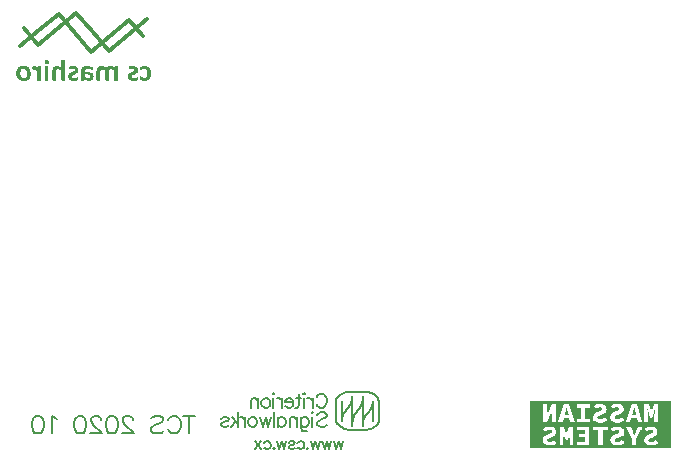
<source format=gbo>
%FSTAX23Y23*%
%MOIN*%
%SFA1B1*%

%IPPOS*%
%ADD11C,0.007870*%
%ADD68C,0.006850*%
%ADD69C,0.012600*%
%ADD70C,0.006690*%
%LNmashiro_fs-1*%
%LPD*%
G36*
X02519Y00311D02*
D01*
Y00226*
X02047*
Y00311*
Y00383*
X02519*
Y00311*
G37*
G36*
X00439Y01519D02*
X0044Y01519D01*
X00441Y01519*
X00442Y01519*
X00442Y01518*
X00442Y01518*
X00443Y01518*
X00443Y01518*
X00443Y01517*
X00444Y01517*
X00444Y01515*
X00444Y01514*
X00444Y01513*
Y01513*
Y01513*
X00444Y01511*
X00444Y0151*
X00444Y0151*
X00444Y01509*
X00443Y01508*
X00443Y01508*
X00443Y01508*
Y01508*
X00442Y01507*
X00441Y01507*
X00439Y01506*
X00439Y01506*
X00438Y01506*
X00437*
X00436Y01506*
X00434Y01506*
X00433Y01507*
X00433Y01507*
X00432Y01507*
X00432Y01507*
X00432Y01508*
X00431*
X00431Y01508*
X0043Y01509*
X0043Y01511*
X0043Y01512*
X0043Y01512*
Y01513*
Y01513*
X0043Y01514*
X0043Y01515*
X0043Y01516*
X0043Y01517*
X00431Y01517*
X00431Y01518*
X00431Y01518*
X00431Y01518*
X00432Y01518*
X00433Y01519*
X00435Y01519*
X00436Y01519*
X00436Y0152*
X00437*
X00439Y01519*
G37*
G36*
X00495Y01521D02*
X00495Y01521D01*
X00496*
X00496Y01521*
X00497Y01521*
X00497Y01521*
X00498Y01521*
X00498Y0152*
X00498Y0152*
X00498Y0152*
X00499Y0152*
X00499Y01519*
Y01519*
Y01519*
Y01453*
X00499Y01452*
X00499Y01452*
Y01452*
X00498Y01452*
X00498Y01451*
X00498Y01451*
X00498*
X00497Y01451*
X00496*
X00496Y01451*
X00496*
X00495Y01451*
X00494Y01451*
X00491*
X0049Y01451*
X0049Y01451*
X00489*
X00489Y01451*
X00488*
X00488Y01451*
X00487*
X00487Y01452*
X00487Y01452*
X00487Y01452*
X00486*
X00486Y01452*
X00486Y01452*
Y01453*
Y01453*
Y01483*
X00485Y01484*
X00484Y01485*
X00483Y01486*
X00483Y01487*
X00482Y01487*
X00482Y01487*
X00481Y01488*
X00481Y01488*
X0048Y01488*
X00479Y01489*
X00478Y01489*
X00478Y01489*
X00477Y0149*
X00477Y0149*
X00476*
X00475Y0149*
X00474Y01489*
X00473Y01489*
X00473Y01489*
X00473*
X00472Y01488*
X00471Y01488*
X00471Y01487*
X0047Y01487*
Y01487*
X0047Y01486*
X00469Y01485*
X00469Y01484*
X00469Y01484*
X00469Y01484*
Y01484*
X00469Y01483*
X00469Y01482*
X00469Y0148*
X00468Y0148*
Y01479*
Y01479*
Y01478*
Y01453*
X00468Y01452*
X00468Y01452*
Y01452*
X00468Y01452*
X00468Y01451*
X00467Y01451*
X00467*
X00467Y01451*
X00466*
X00466Y01451*
X00465*
X00464Y01451*
X00463Y01451*
X00461*
X0046Y01451*
X00459Y01451*
X00459*
X00458Y01451*
X00458*
X00457Y01451*
X00457*
X00457Y01452*
X00456Y01452*
X00456Y01452*
X00456*
X00456Y01452*
X00456Y01452*
Y01453*
Y01453*
Y0148*
Y01482*
X00456Y01484*
X00456Y01485*
X00456Y01487*
X00456Y01487*
X00457Y01488*
X00457Y01489*
Y01489*
X00457Y0149*
X00458Y01491*
X00458Y01492*
X00459Y01493*
X00459Y01494*
X00459Y01495*
X00459Y01495*
X0046Y01495*
X0046Y01496*
X00461Y01497*
X00462Y01498*
X00463Y01498*
X00464Y01499*
X00464Y01499*
X00465Y01499*
X00465Y01499*
X00466Y015*
X00467Y015*
X00468Y015*
X0047Y01501*
X00471Y01501*
X00472Y01501*
X00472*
X00474Y01501*
X00475Y01501*
X00476Y015*
X00477Y015*
X00478Y015*
X00479Y01499*
X00479Y01499*
X00479Y01499*
X00481Y01498*
X00482Y01498*
X00483Y01497*
X00484Y01496*
X00485Y01495*
X00485Y01495*
X00486Y01494*
X00486Y01494*
Y01519*
Y0152*
X00486Y0152*
X00486Y0152*
X00486*
X00487Y0152*
X00487Y01521*
X00487Y01521*
X00487*
X00488Y01521*
X00489Y01521*
X00489Y01521*
X00489*
X0049Y01521*
X00491Y01521*
X00494*
X00495Y01521*
G37*
G36*
X0065Y01501D02*
X00652Y015D01*
X00653Y015*
X00654Y015*
X00655Y01499*
X00656Y01499*
X00657Y01499*
X00657Y01499*
X00658Y01498*
X00659Y01497*
X00661Y01496*
X00662Y01495*
X00663Y01494*
X00663Y01493*
X00664Y01493*
X00664Y01493*
Y01498*
Y01498*
X00664Y01498*
X00664Y01499*
X00664Y01499*
X00665Y01499*
X00665Y01499*
X00665Y01499*
X00665*
X00666Y01499*
X00666Y01499*
X00667Y015*
X00667*
X00668Y015*
X00669Y015*
X00671*
X00671Y015*
X00672Y015*
X00672*
X00673Y01499*
X00673Y01499*
X00674Y01499*
X00674*
X00674Y01499*
X00674Y01499*
X00675Y01499*
Y01499*
X00675Y01498*
Y01498*
Y01498*
Y01453*
X00675Y01452*
X00675Y01452*
Y01452*
X00674Y01452*
X00674Y01451*
X00674Y01451*
X00674*
X00673Y01451*
X00672*
X00672Y01451*
X00672*
X00671Y01451*
X0067Y01451*
X00667*
X00666Y01451*
X00666Y01451*
X00666*
X00665Y01451*
X00664*
X00664Y01451*
X00664*
X00663Y01452*
X00663Y01452*
X00663Y01452*
X00662*
X00662Y01452*
X00662Y01452*
Y01453*
Y01453*
Y01483*
X00661Y01484*
X0066Y01485*
X00659Y01486*
X00659Y01487*
X00658Y01487*
X00658Y01487*
X00657Y01488*
X00657Y01488*
X00656Y01488*
X00655Y01489*
X00655Y01489*
X00654Y01489*
X00653Y0149*
X00653Y0149*
X00653*
X00651Y0149*
X0065Y01489*
X0065Y01489*
X00649Y01489*
X00649Y01488*
X00648Y01488*
X00647Y01487*
X00647Y01487*
Y01487*
X00647Y01486*
X00646Y01485*
X00646Y01484*
X00646Y01484*
X00646Y01484*
Y01484*
X00646Y01482*
X00645Y01481*
Y0148*
Y0148*
Y0148*
Y0148*
Y01453*
X00645Y01452*
X00645Y01452*
Y01452*
X00645Y01452*
X00644Y01451*
X00644Y01451*
X00644*
X00643Y01451*
X00643*
X00642Y01451*
X00642*
X00641Y01451*
X0064Y01451*
X00638*
X00637Y01451*
X00636Y01451*
X00636*
X00635Y01451*
X00635*
X00634Y01451*
X00634*
X00634Y01452*
X00633Y01452*
X00633Y01452*
X00633*
X00633Y01452*
X00633Y01452*
Y01453*
Y01453*
Y01483*
X00632Y01484*
X00631Y01485*
X0063Y01486*
X00629Y01487*
X00629Y01487*
X00628Y01487*
X00628Y01488*
X00628Y01488*
X00627Y01488*
X00626Y01489*
X00625Y01489*
X00625Y01489*
X00624Y0149*
X00624Y0149*
X00623*
X00622Y0149*
X00621Y01489*
X0062Y01489*
X0062Y01489*
X00619Y01488*
X00618Y01488*
X00618Y01487*
X00618Y01487*
Y01487*
X00617Y01486*
X00617Y01485*
X00617Y01484*
X00617Y01484*
X00616Y01484*
Y01484*
X00616Y01482*
X00616Y01481*
Y0148*
Y0148*
Y0148*
Y0148*
Y01453*
X00616Y01452*
X00616Y01452*
Y01452*
X00616Y01452*
X00615Y01451*
X00615Y01451*
X00615*
X00614Y01451*
X00614*
X00613Y01451*
X00613*
X00612Y01451*
X00611Y01451*
X00608*
X00607Y01451*
X00607Y01451*
X00607*
X00606Y01451*
X00605*
X00605Y01451*
X00605*
X00604Y01452*
X00604Y01452*
X00604Y01452*
X00604*
X00603Y01452*
X00603Y01452*
Y01453*
Y01453*
Y01482*
X00603Y01484*
X00604Y01486*
X00604Y01487*
X00604Y01488*
X00604Y01488*
X00604Y01489*
Y01489*
X00605Y0149*
X00605Y01491*
X00605Y01492*
X00606Y01493*
X00606Y01494*
X00607Y01495*
X00607Y01495*
X00607Y01495*
X00608Y01496*
X00609Y01497*
X00609Y01498*
X0061Y01498*
X00611Y01499*
X00611Y01499*
X00612Y01499*
X00612Y01499*
X00613Y015*
X00614Y015*
X00616Y015*
X00617Y01501*
X00618Y01501*
X00619Y01501*
X00619*
X00621Y01501*
X00622Y01501*
X00623Y015*
X00623Y015*
X00623Y015*
X00623*
X00625Y015*
X00626Y01499*
X00626Y01499*
X00627Y01499*
X00627Y01499*
X00627*
X00628Y01498*
X0063Y01497*
X0063Y01497*
X00631Y01496*
X00631Y01496*
X00631Y01496*
X00632Y01495*
X00634Y01494*
X00634Y01493*
X00635Y01493*
X00635Y01492*
X00635Y01492*
X00636Y01494*
X00636Y01495*
X00636Y01495*
X00637Y01496*
X00637Y01496*
X00637Y01496*
X00638Y01497*
X00639Y01498*
X0064Y01498*
X0064Y01498*
X0064*
X00641Y01499*
X00643Y015*
X00643Y015*
X00644Y015*
X00644Y015*
X00644*
X00646Y01501*
X00647Y01501*
X00648Y01501*
X00649*
X0065Y01501*
G37*
G36*
X00575D02*
X00576Y01501D01*
X00576*
X00577Y015*
X00578Y015*
X00578Y015*
X00578*
X0058Y015*
X00581Y015*
X00582Y01499*
X00583Y01499*
X00583Y01499*
X00583Y01499*
X00583*
X00585Y01498*
X00586Y01498*
X00587Y01498*
X00587Y01497*
X00587Y01497*
X00588*
X00589Y01497*
X00589Y01496*
X0059Y01496*
X0059Y01496*
X0059Y01495*
X00591Y01495*
X00591Y01494*
Y01494*
X00591Y01493*
X00591Y01492*
Y01492*
Y01492*
Y01492*
Y01491*
X00591Y0149*
Y0149*
Y01489*
X00591Y01489*
X00591Y01488*
X00591Y01488*
Y01488*
X0059Y01487*
X0059Y01487*
Y01487*
X0059Y01487*
X00589Y01487*
X00589*
X00588Y01487*
X00588Y01487*
X00587Y01487*
X00587Y01487*
X00586Y01488*
X00585Y01488*
X00584Y01489*
X00584Y01489*
X00584Y01489*
X00584*
X00582Y01489*
X00581Y0149*
X0058Y0149*
X0058Y0149*
X00579Y0149*
X00579*
X00577Y01491*
X00576Y01491*
X00575Y01491*
X00574*
X00572Y01491*
X00571Y01491*
X0057Y01491*
X0057Y01491*
X0057Y01491*
X0057*
X00569Y0149*
X00568Y0149*
X00567Y01489*
X00567Y01489*
X00566Y01488*
X00566Y01487*
X00566Y01487*
X00565Y01486*
Y01486*
X00565Y01485*
X00565Y01484*
Y01483*
Y01483*
Y01483*
Y01483*
Y0148*
X00572*
X00574Y0148*
X00575Y0148*
X00577Y0148*
X00578Y01479*
X00579Y01479*
X0058Y01479*
X0058*
X00582Y01479*
X00583Y01478*
X00584Y01478*
X00585Y01477*
X00586Y01477*
X00587Y01477*
X00587Y01476*
X00588Y01476*
X00589Y01475*
X0059Y01475*
X0059Y01474*
X00591Y01473*
X00591Y01472*
X00592Y01472*
X00592Y01471*
X00592Y01471*
X00593Y0147*
X00593Y01469*
X00593Y01468*
X00593Y01467*
X00593Y01466*
X00594Y01465*
Y01465*
Y01465*
Y01463*
X00593Y01462*
X00593Y01461*
X00593Y0146*
X00593Y01459*
X00593Y01459*
X00592Y01458*
Y01458*
X00591Y01456*
X00591Y01456*
X0059Y01455*
X0059Y01454*
X00589Y01454*
X00589Y01454*
X00589Y01454*
X00587Y01452*
X00586Y01452*
X00585Y01451*
X00584Y01451*
X00584Y01451*
X00584*
X00582Y0145*
X00581Y0145*
X00579Y0145*
X00579Y0145*
X00577*
X00576Y0145*
X00574Y0145*
X00573Y01451*
X00572Y01451*
X00571Y01451*
X0057Y01451*
X0057Y01452*
X00569Y01452*
X00568Y01452*
X00567Y01453*
X00566Y01454*
X00565Y01455*
X00564Y01455*
X00564Y01456*
X00563Y01456*
X00563Y01456*
Y01453*
X00563Y01452*
X00563Y01452*
X00563Y01452*
X00563Y01452*
X00562Y01451*
X00562Y01451*
X00561Y01451*
X00561*
X0056Y01451*
X00559Y01451*
X00557*
X00556Y01451*
X00555Y01451*
X00555*
X00554Y01451*
X00553Y01451*
X00553Y01452*
X00553*
X00553Y01452*
X00553Y01452*
X00553Y01453*
Y01453*
Y01483*
Y01485*
X00553Y01486*
X00553Y01487*
X00553Y01489*
X00553Y0149*
X00553Y0149*
X00554Y01491*
Y01491*
X00554Y01492*
X00555Y01493*
X00555Y01494*
X00556Y01495*
X00557Y01496*
X00557Y01496*
X00557Y01496*
X00557Y01496*
X00558Y01497*
X00559Y01498*
X00561Y01499*
X00562Y01499*
X00563Y01499*
X00563Y015*
X00563*
X00565Y015*
X00566Y015*
X00568Y01501*
X00569Y01501*
X00571Y01501*
X00572*
X00575Y01501*
G37*
G36*
X00764Y01501D02*
X00766Y015D01*
X00768Y015*
X00769Y015*
X0077Y01499*
X00771Y01499*
X00772Y01499*
X00772Y01499*
X00773Y01498*
X00775Y01498*
X00776Y01497*
X00777Y01496*
X00778Y01495*
X00778Y01495*
X00779Y01494*
X00779Y01494*
X0078Y01493*
X00781Y01492*
X00782Y0149*
X00782Y01489*
X00783Y01488*
X00783Y01487*
X00783Y01486*
X00784Y01486*
X00784Y01484*
X00784Y01482*
X00785Y0148*
X00785Y01478*
X00785Y01477*
X00785Y01476*
Y01475*
Y01475*
Y01475*
Y01474*
X00785Y01472*
X00785Y0147*
X00785Y01469*
X00784Y01467*
X00784Y01466*
X00784Y01465*
X00784Y01464*
Y01464*
X00783Y01462*
X00783Y01461*
X00782Y0146*
X00781Y01458*
X00781Y01458*
X0078Y01457*
X0078Y01456*
X0078Y01456*
X00779Y01455*
X00778Y01454*
X00776Y01453*
X00775Y01453*
X00774Y01452*
X00774Y01452*
X00773Y01452*
X00773Y01452*
X00772Y01451*
X0077Y01451*
X00768Y0145*
X00767Y0145*
X00766Y0145*
X00765Y0145*
X00764*
X00762Y0145*
X00761Y0145*
X0076Y0145*
X0076*
X00759Y01451*
X00759*
X00758Y01451*
X00756Y01451*
X00756Y01451*
X00756Y01451*
X00755Y01451*
X00755*
X00754Y01452*
X00753Y01452*
X00752Y01453*
X00752Y01453*
X00752*
X00751Y01454*
X0075Y01454*
X0075Y01454*
X0075Y01454*
X00749Y01455*
X00749Y01455*
X00749Y01455*
Y01455*
X00749Y01456*
X00749Y01456*
Y01456*
X00749Y01457*
Y01457*
X00749Y01458*
Y01458*
X00748Y01458*
Y01459*
Y0146*
Y0146*
Y01461*
Y01462*
X00749Y01462*
Y01463*
X00749Y01463*
X00749Y01464*
X00749Y01464*
Y01464*
X00749Y01465*
X00749Y01465*
X00749Y01465*
X00749*
X0075Y01466*
X0075Y01466*
X0075*
X00751Y01466*
X00751Y01465*
X00752Y01465*
X00752Y01465*
X00752Y01464*
X00753Y01464*
X00754Y01463*
X00754Y01463*
X00754*
X00755Y01462*
X00756Y01462*
X00757Y01462*
X00757Y01461*
X00757Y01461*
X00757*
X00759Y01461*
X0076Y01461*
X00761Y01461*
X00762*
X00764Y01461*
X00764Y01461*
X00765Y01461*
X00766Y01461*
X00766Y01461*
X00766Y01461*
X00766*
X00768Y01462*
X00769Y01463*
X00769Y01464*
X00769Y01464*
X0077Y01464*
X0077Y01466*
X00771Y01467*
X00771Y01468*
X00771Y01468*
X00772Y01469*
Y01469*
X00772Y01471*
X00772Y01472*
Y01473*
X00772Y01474*
Y01475*
Y01475*
Y01475*
X00772Y01478*
X00772Y0148*
X00771Y01482*
X00771Y01484*
X0077Y01485*
X0077Y01486*
X0077Y01486*
X0077Y01487*
X00768Y01488*
X00767Y01489*
X00766Y01489*
X00765Y0149*
X00764Y0149*
X00763Y0149*
X00762*
X0076Y0149*
X00759Y0149*
X00758Y0149*
X00758Y0149*
X00758Y0149*
X00758*
X00756Y01489*
X00755Y01489*
X00755Y01488*
X00755Y01488*
X00754Y01487*
X00753Y01487*
X00752Y01487*
X00752Y01487*
X00752Y01486*
X00751Y01486*
X00751Y01486*
X00751*
X0075Y01486*
X0075Y01486*
X00749Y01487*
X00749Y01487*
X00749Y01487*
X00749Y01488*
X00749Y01489*
X00749Y0149*
Y01491*
Y01491*
Y01491*
Y01492*
Y01493*
X00749Y01493*
Y01493*
X00749Y01494*
Y01494*
X00749Y01495*
Y01495*
X00749Y01495*
X00749Y01496*
Y01496*
X0075Y01496*
X0075Y01496*
X0075Y01496*
X0075Y01497*
X00751Y01497*
X00751Y01497*
X00752Y01498*
X00752Y01498*
X00752*
X00753Y01498*
X00754Y01499*
X00755Y01499*
X00755Y01499*
X00755*
X00756Y015*
X00758Y015*
X00758Y015*
X00758*
X00759Y015*
X00759*
X0076Y015*
X00761Y01501*
X00763*
X00764Y01501*
G37*
G36*
X00439Y015D02*
X0044Y015D01*
X0044*
X00441Y01499*
X00442Y01499*
X00442Y01499*
X00442Y01499*
X00443Y01499*
X00443Y01499*
X00443Y01499*
X00443Y01499*
X00443Y01498*
Y01498*
Y01498*
Y01453*
X00443Y01452*
X00443Y01452*
Y01452*
X00443Y01452*
X00442Y01451*
X00442Y01451*
X00442*
X00442Y01451*
X00441*
X0044Y01451*
X0044*
X00439Y01451*
X00438Y01451*
X00436*
X00435Y01451*
X00434Y01451*
X00434*
X00433Y01451*
X00433*
X00432Y01451*
X00432*
X00432Y01452*
X00431Y01452*
X00431Y01452*
X00431*
X00431Y01452*
X00431Y01452*
Y01453*
Y01453*
Y01498*
Y01498*
X00431Y01498*
X00431Y01498*
X00431Y01499*
X00431Y01499*
X00432Y01499*
X00432Y01499*
X00432*
X00433Y01499*
X00433Y01499*
X00434Y015*
X00434*
X00435Y015*
X00436Y015*
X00438*
X00439Y015*
G37*
G36*
X00396Y01501D02*
X00397Y01501D01*
X00398Y015*
X00398Y015*
X00398*
X00399Y015*
X004Y01499*
X00401Y01499*
X00401Y01499*
X00401*
X00402Y01498*
X00403Y01497*
X00404Y01497*
X00404Y01496*
X00404Y01496*
X00405Y01495*
X00406Y01494*
X00407Y01493*
X00407Y01493*
X00407Y01492*
X00407Y01492*
Y01498*
Y01498*
X00407Y01498*
X00407Y01499*
X00408Y01499*
X00408Y01499*
X00408Y01499*
X00408Y01499*
X00408*
X00409Y01499*
X00409Y01499*
X0041Y015*
X0041*
X00411Y015*
X00412Y015*
X00414*
X00415Y015*
X00415Y015*
X00415*
X00416Y01499*
X00417Y01499*
X00417Y01499*
X00417*
X00417Y01499*
X00418Y01499*
X00418Y01499*
Y01499*
X00418Y01498*
Y01498*
Y01498*
Y01453*
X00418Y01452*
X00418Y01452*
Y01452*
X00418Y01452*
X00417Y01451*
X00417Y01451*
X00417*
X00416Y01451*
X00416*
X00415Y01451*
X00415*
X00414Y01451*
X00413Y01451*
X00411*
X0041Y01451*
X00409Y01451*
X00409*
X00408Y01451*
X00407*
X00407Y01451*
X00407*
X00406Y01452*
X00406Y01452*
X00406Y01452*
X00406*
X00406Y01452*
X00405Y01452*
Y01453*
Y01453*
Y01481*
X00404Y01482*
X00404Y01484*
X00403Y01484*
X00403Y01484*
X00403Y01484*
Y01485*
X00402Y01486*
X00401Y01486*
X00401Y01487*
X004Y01487*
X004Y01488*
X00399Y01488*
X00399Y01488*
X00398Y01488*
X00397Y01489*
X00397Y01489*
X00395*
X00395Y01489*
X00395Y01489*
X00395*
X00394Y01489*
X00393Y01488*
X00393Y01488*
X00393*
X00393Y01488*
X00392Y01488*
X00392Y01488*
X00392*
X00391Y01488*
X00391*
X0039Y01488*
X0039Y01488*
X0039Y01488*
X0039Y01489*
X0039Y01489*
Y01489*
X0039Y01489*
X00389Y0149*
X00389Y01491*
Y01491*
X00389Y01492*
Y01493*
Y01493*
Y01494*
Y01494*
Y01495*
Y01496*
X00389Y01496*
Y01497*
Y01497*
Y01498*
X00389Y01498*
Y01498*
X0039Y01498*
Y01499*
X0039Y01499*
X0039Y01499*
X0039Y01499*
X0039*
X0039Y015*
X00391Y015*
X00391Y015*
X00391*
X00392Y015*
X00392Y015*
X00392*
X00393Y015*
X00393Y01501*
X00394Y01501*
X00394*
X00394Y01501*
X00395*
X00396Y01501*
G37*
G36*
X00726Y01501D02*
X00728Y015D01*
X00729Y015*
X0073Y015*
X0073Y015*
X00731Y015*
X00731*
X00732Y01499*
X00733Y01499*
X00734Y01498*
X00735Y01498*
X00736Y01497*
X00736Y01497*
X00737Y01497*
X00737Y01497*
X00738Y01495*
X0074Y01494*
X0074Y01493*
X0074Y01492*
X0074Y01492*
X00741Y01492*
X00741Y0149*
X00741Y01489*
X00742Y01488*
Y01487*
X00742Y01487*
Y01486*
Y01486*
Y01485*
X00742Y01484*
X00741Y01483*
X00741Y01482*
X00741Y01482*
X00741Y01481*
X00741Y01481*
Y01481*
X0074Y01479*
X00739Y01478*
X00739Y01477*
X00739Y01477*
X00739Y01477*
X00738Y01477*
X00737Y01476*
X00736Y01475*
X00736Y01475*
X00735Y01474*
X00735Y01474*
X00735*
X00733Y01473*
X00732Y01473*
X00732Y01472*
X00731Y01472*
X00731Y01472*
X00731*
X00729Y01471*
X00728Y01471*
X00728Y01471*
X00727Y01471*
X00727Y01471*
X00727*
X00726Y0147*
X00725Y0147*
X00724Y01469*
X00724Y01469*
X00724Y01469*
X00723*
X00722Y01468*
X00722Y01468*
X00721Y01467*
X00721Y01467*
X0072Y01466*
X0072Y01465*
X0072Y01465*
Y01465*
Y01465*
X0072Y01464*
X0072Y01463*
X0072Y01462*
X00721Y01462*
X00721Y01461*
X00721Y01461*
X00722Y01461*
X00722Y01461*
X00723Y0146*
X00724Y0146*
X00724Y0146*
X00724Y0146*
X00724*
X00725Y01459*
X00726Y01459*
X00727*
X00729Y01459*
X0073Y01459*
X00731Y0146*
X00731*
X00732Y0146*
X00732Y0146*
X00732*
X00734Y0146*
X00735Y01461*
X00735Y01461*
X00736Y01461*
X00736Y01461*
X00736*
X00737Y01462*
X00738Y01462*
X00739Y01463*
X00739Y01463*
X00739Y01463*
X0074Y01463*
X0074Y01463*
X0074*
X00741Y01463*
X00741Y01463*
X00741*
X00741Y01463*
X00741Y01463*
X00742Y01462*
Y01462*
X00742Y01462*
X00742Y01461*
X00742Y01461*
Y01461*
Y0146*
Y01459*
Y01459*
Y01459*
Y01459*
Y01457*
X00742Y01456*
X00742Y01456*
Y01455*
X00741Y01455*
X00741Y01454*
X00741Y01454*
X00741Y01454*
X0074Y01453*
X0074Y01453*
X00739Y01453*
X00739Y01452*
X00738Y01452*
X00737Y01452*
X00736Y01451*
X00736Y01451*
X00736*
X00735Y01451*
X00733Y01451*
X00733Y01451*
X00732*
X00732Y01451*
X00732*
X0073Y0145*
X00729Y0145*
X00728Y0145*
X00726*
X00724Y0145*
X00723Y0145*
X00722Y01451*
X00721Y01451*
X0072Y01451*
X0072Y01451*
X00719*
X00718Y01451*
X00717Y01452*
X00716Y01452*
X00715Y01453*
X00714Y01453*
X00714Y01454*
X00713Y01454*
X00713Y01454*
X00712Y01455*
X00711Y01456*
X00711Y01456*
X0071Y01457*
X0071Y01458*
X00709Y01458*
X00709Y01459*
X00709Y01459*
X00709Y0146*
X00708Y01461*
X00708Y01462*
X00708Y01463*
X00708Y01464*
X00708Y01465*
Y01465*
Y01466*
X00708Y01468*
X00708Y01469*
X00708Y01469*
X00708Y0147*
X00709Y0147*
X00709Y01471*
Y01471*
X00709Y01472*
X0071Y01474*
X00711Y01474*
X00711Y01475*
X00711Y01475*
X00711Y01475*
X00712Y01476*
X00714Y01477*
X00714Y01477*
X00714Y01477*
X00715Y01477*
X00715*
X00716Y01478*
X00718Y01479*
X00718Y01479*
X00718Y01479*
X00719Y01479*
X00719*
X0072Y0148*
X00721Y0148*
X00722Y01481*
X00722Y01481*
X00723Y01481*
X00723*
X00724Y01482*
X00725Y01482*
X00726Y01482*
X00726Y01482*
X00726Y01482*
X00726*
X00727Y01483*
X00728Y01484*
X00729Y01484*
X00729Y01484*
X00729Y01485*
X0073Y01486*
X0073Y01487*
Y01487*
Y01487*
X0073Y01488*
X0073Y01488*
X00729Y01489*
Y01489*
X00729Y01489*
X00729Y0149*
X00728Y0149*
X00728Y0149*
X00728Y01491*
X00727Y01491*
X00726Y01491*
X00726Y01491*
X00725Y01492*
X00724Y01492*
X00723*
X00721Y01492*
X0072Y01492*
X0072Y01491*
X00719Y01491*
X00719Y01491*
X00719*
X00718Y01491*
X00716Y0149*
X00716Y0149*
X00716Y0149*
X00716*
X00715Y0149*
X00714Y01489*
X00713Y01489*
X00713Y01489*
X00713Y01489*
X00712Y01489*
X00712Y01488*
X00712*
X00711Y01489*
X00711*
X00711Y01489*
X00711Y01489*
Y01489*
X00711Y0149*
X0071Y0149*
X0071Y0149*
Y01491*
X0071Y01491*
Y01492*
Y01493*
Y01493*
Y01494*
Y01494*
X0071Y01495*
Y01495*
X0071Y01495*
Y01496*
X00711Y01496*
Y01496*
X00711Y01497*
X00711Y01497*
Y01497*
X00711Y01497*
X00711Y01498*
X00711Y01498*
X00711*
X00712Y01498*
X00712Y01498*
X00713Y01498*
X00713Y01499*
X00714Y01499*
X00715Y01499*
X00716Y01499*
X00716Y015*
X00716*
X00717Y015*
X00718Y015*
X00719Y015*
X00719Y015*
X00719*
X00721Y01501*
X00722Y01501*
X00725*
X00726Y01501*
G37*
G36*
X00527D02*
X00528Y015D01*
X00529Y015*
X0053Y015*
X00531Y015*
X00532Y015*
X00532*
X00533Y01499*
X00534Y01499*
X00535Y01498*
X00536Y01498*
X00537Y01497*
X00537Y01497*
X00537Y01497*
X00537Y01497*
X00539Y01495*
X0054Y01494*
X00541Y01493*
X00541Y01492*
X00541Y01492*
X00541Y01492*
X00542Y0149*
X00542Y01489*
X00542Y01488*
Y01487*
X00542Y01487*
Y01486*
Y01486*
Y01485*
X00542Y01484*
X00542Y01483*
X00542Y01482*
X00542Y01482*
X00542Y01481*
X00541Y01481*
Y01481*
X00541Y01479*
X0054Y01478*
X0054Y01477*
X00539Y01477*
X00539Y01477*
X00539Y01477*
X00538Y01476*
X00537Y01475*
X00536Y01475*
X00536Y01474*
X00536Y01474*
X00536*
X00534Y01473*
X00533Y01473*
X00532Y01472*
X00532Y01472*
X00532Y01472*
X00532*
X0053Y01471*
X00529Y01471*
X00528Y01471*
X00528Y01471*
X00528Y01471*
X00528*
X00526Y0147*
X00525Y0147*
X00525Y01469*
X00524Y01469*
X00524Y01469*
X00524*
X00523Y01468*
X00522Y01468*
X00522Y01467*
X00522Y01467*
X00521Y01466*
X00521Y01465*
X00521Y01465*
Y01465*
Y01465*
X00521Y01464*
X00521Y01463*
X00521Y01462*
X00521Y01462*
X00522Y01461*
X00522Y01461*
X00522Y01461*
X00523Y01461*
X00523Y0146*
X00524Y0146*
X00525Y0146*
X00525Y0146*
X00525*
X00526Y01459*
X00527Y01459*
X00528*
X0053Y01459*
X00531Y01459*
X00531Y0146*
X00532*
X00532Y0146*
X00533Y0146*
X00533*
X00534Y0146*
X00536Y01461*
X00536Y01461*
X00536Y01461*
X00536Y01461*
X00537*
X00538Y01462*
X00539Y01462*
X00539Y01463*
X00539Y01463*
X0054Y01463*
X00541Y01463*
X00541Y01463*
X00541*
X00541Y01463*
X00542Y01463*
X00542*
X00542Y01463*
X00542Y01463*
X00542Y01462*
Y01462*
X00542Y01462*
X00542Y01461*
X00543Y01461*
Y01461*
Y0146*
Y01459*
Y01459*
Y01459*
Y01459*
Y01457*
X00542Y01456*
X00542Y01456*
Y01455*
X00542Y01455*
X00542Y01454*
X00542Y01454*
X00541Y01454*
X00541Y01453*
X0054Y01453*
X0054Y01453*
X0054Y01452*
X00539Y01452*
X00538Y01452*
X00537Y01451*
X00537Y01451*
X00537*
X00535Y01451*
X00534Y01451*
X00533Y01451*
X00533*
X00533Y01451*
X00533*
X00531Y0145*
X00529Y0145*
X00529Y0145*
X00526*
X00525Y0145*
X00523Y0145*
X00522Y01451*
X00521Y01451*
X00521Y01451*
X0052Y01451*
X0052*
X00519Y01451*
X00518Y01452*
X00517Y01452*
X00516Y01453*
X00515Y01453*
X00514Y01454*
X00514Y01454*
X00514Y01454*
X00513Y01455*
X00512Y01456*
X00511Y01456*
X00511Y01457*
X0051Y01458*
X0051Y01458*
X0051Y01459*
X0051Y01459*
X00509Y0146*
X00509Y01461*
X00509Y01462*
X00508Y01463*
X00508Y01464*
X00508Y01465*
Y01465*
Y01466*
X00508Y01468*
X00509Y01469*
X00509Y01469*
X00509Y0147*
X00509Y0147*
X00509Y01471*
Y01471*
X0051Y01472*
X00511Y01474*
X00511Y01474*
X00512Y01475*
X00512Y01475*
X00512Y01475*
X00513Y01476*
X00514Y01477*
X00515Y01477*
X00515Y01477*
X00515Y01477*
X00515*
X00517Y01478*
X00518Y01479*
X00519Y01479*
X00519Y01479*
X00519Y01479*
X00519*
X00521Y0148*
X00522Y0148*
X00523Y01481*
X00523Y01481*
X00523Y01481*
X00523*
X00525Y01482*
X00526Y01482*
X00526Y01482*
X00527Y01482*
X00527Y01482*
X00527*
X00528Y01483*
X00529Y01484*
X00529Y01484*
X00529Y01484*
X0053Y01485*
X0053Y01486*
X0053Y01487*
Y01487*
Y01487*
X0053Y01488*
X0053Y01488*
X0053Y01489*
Y01489*
X0053Y01489*
X00529Y0149*
X00529Y0149*
X00529Y0149*
X00528Y01491*
X00527Y01491*
X00527Y01491*
X00527Y01491*
X00526Y01492*
X00525Y01492*
X00524*
X00522Y01492*
X00521Y01492*
X0052Y01491*
X0052Y01491*
X0052Y01491*
X0052*
X00518Y01491*
X00517Y0149*
X00516Y0149*
X00516Y0149*
X00516*
X00515Y0149*
X00514Y01489*
X00514Y01489*
X00514Y01489*
X00513Y01489*
X00513Y01489*
X00512Y01488*
X00512*
X00512Y01489*
X00512*
X00511Y01489*
X00511Y01489*
Y01489*
X00511Y0149*
X00511Y0149*
X00511Y0149*
Y01491*
X00511Y01491*
Y01492*
Y01493*
Y01493*
Y01494*
Y01494*
X00511Y01495*
Y01495*
X00511Y01495*
Y01496*
X00511Y01496*
Y01496*
X00511Y01497*
X00511Y01497*
Y01497*
X00512Y01497*
X00512Y01498*
X00512Y01498*
X00512*
X00513Y01498*
X00513Y01498*
X00513Y01498*
X00514Y01499*
X00515Y01499*
X00515Y01499*
X00516Y01499*
X00516Y015*
X00516*
X00518Y015*
X00519Y015*
X00519Y015*
X0052Y015*
X0052*
X00522Y01501*
X00523Y01501*
X00526*
X00527Y01501*
G37*
G36*
X00362Y01501D02*
X00364Y01501D01*
X00366Y015*
X00367Y015*
X00369Y01499*
X00369Y01499*
X0037Y01499*
X0037Y01499*
X00372Y01498*
X00373Y01497*
X00375Y01496*
X00376Y01496*
X00377Y01495*
X00377Y01494*
X00378Y01494*
X00378Y01494*
X00379Y01492*
X0038Y01491*
X00381Y01489*
X00381Y01488*
X00382Y01487*
X00382Y01486*
X00382Y01486*
X00383Y01485*
X00383Y01484*
X00383Y01482*
X00384Y0148*
X00384Y01478*
X00384Y01477*
X00384Y01476*
Y01475*
Y01475*
Y01475*
X00384Y01473*
X00384Y01471*
X00384Y01469*
X00383Y01467*
X00383Y01466*
X00383Y01465*
X00383Y01465*
Y01464*
X00382Y01463*
X00381Y01461*
X00381Y0146*
X0038Y01459*
X00379Y01458*
X00379Y01457*
X00378Y01457*
X00378Y01456*
X00377Y01455*
X00376Y01454*
X00375Y01454*
X00374Y01453*
X00373Y01452*
X00372Y01452*
X00371Y01452*
X00371Y01452*
X00369Y01451*
X00367Y01451*
X00366Y0145*
X00364Y0145*
X00363Y0145*
X00362Y0145*
X00361*
X00358Y0145*
X00356Y0145*
X00354Y01451*
X00353Y01451*
X00352Y01451*
X00351Y01452*
X0035Y01452*
X0035Y01452*
X00348Y01453*
X00347Y01454*
X00345Y01454*
X00344Y01455*
X00343Y01456*
X00343Y01457*
X00342Y01457*
X00342Y01457*
X00341Y01458*
X0034Y0146*
X00339Y01461*
X00339Y01463*
X00338Y01464*
X00338Y01465*
X00338Y01465*
X00337Y01465*
X00337Y01467*
X00336Y01469*
X00336Y01471*
X00336Y01472*
X00336Y01474*
X00336Y01475*
Y01476*
Y01476*
Y01476*
X00336Y01478*
X00336Y0148*
X00336Y01482*
X00337Y01483*
X00337Y01485*
X00337Y01486*
X00337Y01486*
X00337Y01486*
X00338Y01488*
X00339Y0149*
X00339Y01491*
X0034Y01492*
X00341Y01493*
X00341Y01494*
X00342Y01494*
X00342Y01494*
X00343Y01495*
X00344Y01496*
X00345Y01497*
X00346Y01498*
X00347Y01498*
X00348Y01499*
X00349Y01499*
X00349Y01499*
X00351Y015*
X00352Y015*
X00354Y015*
X00356Y01501*
X00357Y01501*
X00358Y01501*
X00359*
X00362Y01501*
G37*
%LNmashiro_fs-2*%
%LPC*%
G36*
X02475Y00373D02*
X0246D01*
X0246*
X02454Y00351*
X02452Y00343*
X02452*
X0245Y00351*
X02444Y00373*
X02429*
Y00312*
X02475*
Y00373*
G37*
G36*
X02135D02*
X02121D01*
X02108Y00343*
X02103Y00329*
X02103*
Y00329*
Y00329*
X02103Y0033*
X02103Y00331*
X02103Y00332*
X02103Y00334*
X02103Y00336*
X02104Y00338*
X02104Y0034*
Y0034*
Y0034*
X02104Y0034*
Y00341*
X02104Y00342*
X02104Y00344*
X02105Y00345*
X02105Y00347*
X02105Y00351*
Y00373*
X02092*
Y00312*
X02106*
X02119Y00342*
X02124Y00356*
X02124*
Y00356*
Y00355*
X02124Y00355*
X02124Y00354*
X02124Y00352*
X02124Y00351*
X02123Y00349*
X02123Y00347*
X02123Y00345*
Y00345*
Y00345*
X02123Y00344*
Y00344*
X02123Y00343*
X02123Y00341*
X02122Y00339*
X02122Y00338*
X02122Y00336*
Y00333*
Y00312*
X02135*
Y00373*
G37*
G36*
X02404D02*
X02387D01*
X02368Y00312*
X02423*
X02404Y00373*
G37*
G36*
X02248D02*
X02205D01*
Y00361*
X02219*
Y00323*
X02205*
Y00312*
X02248*
Y00373*
G37*
G36*
X02179D02*
X02162D01*
X02143Y00312*
X02197*
X02178Y00373*
X02179*
G37*
G36*
X02363Y00374D02*
X02337D01*
X02336Y00374*
X02334Y00374*
X02333Y00374*
X02331Y00373*
X02329Y00373*
X02327Y00372*
X02327*
X02327Y00372*
X02326Y00372*
X02325Y00371*
X02324Y00371*
X02322Y0037*
X02321Y00369*
X02319Y00367*
X02317Y00366*
X02324Y00357*
X02324Y00357*
X02325Y00358*
X02326Y00358*
X02326Y00359*
X02327Y00359*
X02328Y0036*
X0233Y0036*
X02331Y00361*
X02331Y00361*
X02331Y00361*
X02332Y00361*
X02333Y00362*
X02334Y00362*
X02335Y00362*
X02337Y00362*
X02339*
X0234Y00362*
X0234Y00362*
X02342Y00362*
X02343Y00361*
X02344Y00361*
X02344Y00361*
X02344Y00361*
X02345Y0036*
X02345Y0036*
X02345Y00359*
X02346Y00359*
X02346Y00358*
X02346Y00357*
Y00357*
Y00356*
X02346Y00356*
X02346Y00355*
X02345Y00354*
X02345Y00354*
X02344Y00353*
X02343Y00352*
X02343Y00352*
X02343Y00352*
X02342Y00352*
X02341Y00352*
X0234Y00351*
X02339Y00351*
X02338Y0035*
X02336Y00349*
X02329Y00346*
X02328*
X02328Y00346*
X02328Y00346*
X02328Y00346*
X02327Y00345*
X02325Y00345*
X02324Y00344*
X02322Y00343*
X02321Y00341*
X02319Y0034*
X02319Y0034*
X02319Y00339*
X02318Y00339*
X02317Y00337*
X02317Y00336*
X02316Y00334*
X02316Y00332*
X02315Y0033*
Y00329*
X02316Y00328*
X02316Y00327*
X02316Y00326*
X02316Y00325*
X02317Y00324*
X02317Y00322*
X02317Y00322*
X02317Y00322*
X02318Y00321*
X02318Y0032*
X02319Y00319*
X0232Y00318*
X02321Y00317*
X02322Y00316*
X02322Y00316*
X02322Y00316*
X02323Y00315*
X02324Y00315*
X02325Y00314*
X02326Y00314*
X02328Y00313*
X02329Y00312*
X02329Y00312*
X0233Y00312*
X02331Y00312*
X02332Y00312*
X02334Y00311*
X02335Y00311*
X02337Y00311*
X02339Y00311*
X0234*
X02342Y00311*
X02343Y00311*
X02345Y00311*
X02347Y00312*
X02349Y00312*
X02352Y00313*
X02352*
X02352Y00313*
X02352Y00313*
X02353Y00313*
X02354Y00314*
X02355Y00315*
X02357Y00315*
X02359Y00317*
X02361Y00318*
X02363Y00319*
X02355Y00329*
X02355Y00329*
X02354Y00329*
X02353Y00328*
X02352Y00327*
X02351Y00327*
X0235Y00326*
X02348Y00325*
X02347Y00324*
X02347Y00324*
X02346Y00324*
X02345Y00324*
X02344Y00323*
X02343Y00323*
X02342Y00323*
X0234Y00323*
X02338Y00323*
X02338*
X02337Y00323*
X02336Y00323*
X02334Y00323*
X02333Y00324*
X02332Y00324*
X02332Y00324*
X02331Y00324*
X02331Y00325*
X02331Y00325*
X0233Y00326*
X0233Y00327*
X0233Y00328*
Y00328*
Y00328*
X0233Y00329*
X0233Y0033*
X0233Y00331*
X0233Y00331*
X02331Y00331*
X02331Y00332*
X02332Y00332*
X02332Y00333*
X02333Y00333*
X02334Y00334*
X02335Y00334*
X02335*
X02336Y00334*
X02336Y00334*
X02336Y00335*
X02338Y00335*
X02339Y00336*
X02347Y00339*
X02347*
X02348Y00339*
X02348Y0034*
X02349Y0034*
X02349Y0034*
X0235Y00341*
X02352Y00342*
X02352Y00342*
X02352Y00342*
X02353Y00342*
X02353Y00343*
X02355Y00344*
X02356Y00345*
X02356Y00345*
X02356Y00345*
X02357Y00346*
X02357Y00346*
X02358Y00347*
X02358Y00348*
X02359Y0035*
Y0035*
X02359Y0035*
X02359Y00351*
X0236Y00352*
X0236Y00352*
X0236Y00353*
X0236Y00355*
Y00356*
Y00356*
Y00357*
X0236Y00357*
X0236Y00358*
X0236Y00359*
X02359Y0036*
X02359Y00362*
X02358Y00363*
X02358Y00363*
X02358Y00364*
X02358Y00364*
X02357Y00365*
X02357Y00366*
X02356Y00367*
X02355Y00368*
X02354Y00369*
X02354Y00369*
X02353Y00369*
X02353Y0037*
X02352Y0037*
X02351Y00371*
X0235Y00372*
X02348Y00372*
X02347Y00373*
X02347Y00373*
X02346Y00373*
X02345Y00373*
X02344Y00373*
X02343Y00374*
X02341Y00374*
X02339Y00374*
X02338Y00374*
X02363*
G37*
G36*
X02306D02*
X02259D01*
Y00311*
Y00329*
X02259Y00328*
X02259Y00327*
X0226Y00326*
X0226Y00325*
X0226Y00324*
X02261Y00322*
X02261Y00322*
X02261Y00322*
X02261Y00321*
X02262Y0032*
X02262Y00319*
X02263Y00318*
X02264Y00317*
X02265Y00316*
X02265Y00316*
X02266Y00316*
X02267Y00315*
X02267Y00315*
X02268Y00314*
X0227Y00314*
X02271Y00313*
X02273Y00312*
X02273Y00312*
X02274Y00312*
X02274Y00312*
X02276Y00312*
X02277Y00311*
X02279Y00311*
X02281Y00311*
X02283Y00311*
X02284*
X02285Y00311*
X02287Y00311*
X02289Y00311*
X02291Y00312*
X02293Y00312*
X02295Y00313*
X02295*
X02295Y00313*
X02296Y00313*
X02296Y00313*
X02297Y00314*
X02299Y00315*
X02301Y00315*
X02302Y00317*
X02304Y00318*
X02306Y00319*
X02298Y00329*
X02298Y00329*
X02298Y00329*
X02297Y00328*
X02296Y00327*
X02295Y00327*
X02294Y00326*
X02292Y00325*
X02291Y00324*
X0229Y00324*
X0229Y00324*
X02289Y00324*
X02288Y00323*
X02287Y00323*
X02285Y00323*
X02284Y00323*
X02282Y00323*
X02281*
X0228Y00323*
X02279Y00323*
X02277Y00323*
X02276Y00324*
X02275Y00324*
X02275Y00324*
X02275Y00324*
X02275Y00325*
X02274Y00325*
X02274Y00326*
X02273Y00327*
X02273Y00328*
Y00328*
Y00328*
X02273Y00329*
X02274Y0033*
X02274Y00331*
X02274Y00331*
X02274Y00331*
X02275Y00332*
X02276Y00332*
X02276Y00333*
X02277Y00333*
X02278Y00334*
X02279Y00334*
X02279*
X02279Y00334*
X0228Y00334*
X0228Y00335*
X02281Y00335*
X02283Y00336*
X02291Y00339*
X02291*
X02291Y00339*
X02292Y0034*
X02292Y0034*
X02293Y0034*
X02294Y00341*
X02296Y00342*
X02296Y00342*
X02296Y00342*
X02296Y00342*
X02297Y00343*
X02298Y00344*
X023Y00345*
X023Y00345*
X023Y00345*
X023Y00346*
X02301Y00346*
X02301Y00347*
X02302Y00348*
X02303Y0035*
Y0035*
X02303Y0035*
X02303Y00351*
X02303Y00352*
X02303Y00352*
X02303Y00353*
X02304Y00355*
Y00356*
Y00356*
Y00357*
X02304Y00357*
X02303Y00358*
X02303Y00359*
X02303Y0036*
X02303Y00362*
X02302Y00363*
X02302Y00363*
X02302Y00364*
X02301Y00364*
X02301Y00365*
X023Y00366*
X02299Y00367*
X02299Y00368*
X02297Y00369*
X02297Y00369*
X02297Y00369*
X02296Y0037*
X02295Y0037*
X02294Y00371*
X02293Y00372*
X02292Y00372*
X0229Y00373*
X0229Y00373*
X0229Y00373*
X02289Y00373*
X02288Y00373*
X02286Y00374*
X02285Y00374*
X02283Y00374*
X02281Y00374*
X02306*
G37*
G36*
X02193Y00297D02*
X02179D01*
X02173Y00276*
X02171Y00267*
X0217*
X02168Y00276*
X02162Y00297*
X02148*
Y00236*
X02166*
X02159*
Y00255*
Y00255*
Y00256*
Y00256*
Y00257*
Y00258*
Y00259*
X02159Y0026*
Y00261*
Y00262*
Y00262*
X02159Y00263*
Y00264*
X02159Y00265*
X02159Y00266*
X02159Y00269*
Y0027*
X02159Y0027*
Y00271*
X02158Y00272*
X02158Y00273*
X02158Y00274*
X02158Y00277*
Y00277*
X02158Y00278*
Y00279*
X02158Y00279*
X02158Y0028*
Y00281*
X02158Y00282*
X02157Y00283*
X02158*
X02162Y00267*
X02167Y00252*
X02174*
X02179Y00267*
X02183Y00283*
X02183*
Y00283*
Y00283*
X02183Y00282*
Y00282*
X02183Y00281*
X02183Y0028*
X02183Y00279*
X02183Y00277*
Y00277*
X02183Y00277*
Y00276*
X02183Y00275*
X02182Y00274*
Y00272*
X02182Y00271*
X02182Y00269*
Y00269*
X02182Y00269*
Y00268*
X02182Y00267*
Y00266*
X02182Y00264*
X02182Y00261*
Y00261*
Y00261*
X02182Y0026*
Y00259*
Y00258*
X02182Y00257*
Y00256*
Y00255*
Y00236*
X02193*
Y00297*
G37*
G36*
X02423D02*
X02369D01*
X02389Y00257*
Y00236*
X02403*
Y00257*
X02423Y00297*
Y00237*
Y00297*
G37*
G36*
X02308D02*
X02258D01*
Y00286*
X02276*
Y00236*
X02258*
X02308*
Y00297*
G37*
G36*
X02246D02*
X02206D01*
Y00286*
X02232*
Y00273*
X0221*
Y00262*
X02232*
Y00248*
X02205*
Y00236*
X02246*
Y00297*
G37*
G36*
X02476Y00299D02*
Y00235D01*
Y00299*
G37*
G36*
X02429D01*
X0245*
X02449Y00298*
X02447Y00298*
X02446Y00298*
X02444Y00298*
X02442Y00297*
X0244Y00296*
X0244*
X0244Y00296*
X02439Y00296*
X02438Y00296*
X02437Y00295*
X02435Y00294*
X02434Y00293*
X02432Y00292*
X02431Y0029*
X02438Y00282*
X02438Y00282*
X02438Y00282*
X02439Y00283*
X0244Y00283*
X02441Y00284*
X02442Y00284*
X02443Y00285*
X02444Y00285*
X02444Y00285*
X02445Y00285*
X02445Y00286*
X02446Y00286*
X02447Y00286*
X02449Y00286*
X0245Y00287*
X02452*
X02453Y00286*
X02454Y00286*
X02456Y00286*
X02456Y00286*
X02457Y00285*
X02457Y00285*
X02458Y00285*
X02458Y00285*
X02458Y00284*
X02459Y00284*
X02459Y00283*
X02459Y00282*
X02459Y00281*
Y00281*
Y00281*
X02459Y0028*
X02459Y00279*
X02459Y00279*
X02458Y00278*
X02457Y00277*
X02457Y00277*
X02456Y00277*
X02456Y00277*
X02456Y00276*
X02455Y00276*
X02454Y00275*
X02452Y00275*
X02451Y00274*
X02449Y00274*
X02442Y00271*
X02442*
X02442Y00271*
X02441Y0027*
X02441Y0027*
X0244Y0027*
X02438Y00269*
X02437Y00268*
X02435Y00267*
X02434Y00266*
X02432Y00264*
X02432Y00264*
X02432Y00264*
X02431Y00263*
X0243Y00262*
X0243Y0026*
X02429Y00258*
X02429Y00256*
X02429Y00254*
Y00253*
X02429Y00253*
X02429Y00252*
X02429Y00251*
X02429Y00249*
X0243Y00248*
X0243Y00247*
X0243Y00247*
X02431Y00246*
X02431Y00245*
X02431Y00245*
X02432Y00244*
X02433Y00243*
X02434Y00242*
X02435Y00241*
X02435Y00241*
X02435Y0024*
X02436Y0024*
X02437Y00239*
X02438Y00239*
X02439Y00238*
X02441Y00237*
X02442Y00237*
X02443Y00237*
X02443Y00236*
X02444Y00236*
X02445Y00236*
X02447Y00236*
X02449Y00235*
X0245Y00235*
X02453Y00235*
X0245*
X02454*
X02455Y00235*
X02456Y00235*
X02458Y00236*
X0246Y00236*
X02462Y00237*
X02465Y00237*
X02465*
X02465Y00237*
X02465Y00238*
X02466Y00238*
X02467Y00238*
X02468Y00239*
X0247Y0024*
X02472Y00241*
X02474Y00242*
X02476Y00244*
X02468Y00253*
X02468Y00253*
X02467Y00253*
X02467Y00252*
X02466Y00252*
X02464Y00251*
X02463Y0025*
X02462Y00249*
X0246Y00249*
X0246Y00249*
X02459Y00248*
X02459Y00248*
X02458Y00248*
X02456Y00247*
X02455Y00247*
X02453Y00247*
X02452Y00247*
X02451*
X0245Y00247*
X02449Y00247*
X02447Y00248*
X02446Y00248*
X02445Y00248*
X02445Y00249*
X02445Y00249*
X02444Y00249*
X02444Y0025*
X02443Y00251*
X02443Y00251*
X02443Y00252*
Y00252*
Y00253*
X02443Y00253*
X02443Y00254*
X02444Y00255*
X02444Y00255*
X02444Y00256*
X02445Y00256*
X02445Y00257*
X02446Y00257*
X02446Y00257*
X02447Y00258*
X02449Y00258*
X02449*
X02449Y00259*
X02449Y00259*
X0245Y00259*
X02451Y00259*
X02452Y0026*
X0246Y00264*
X0246*
X02461Y00264*
X02461Y00264*
X02462Y00264*
X02463Y00265*
X02463Y00265*
X02465Y00266*
X02465Y00266*
X02466Y00266*
X02466Y00266*
X02467Y00267*
X02468Y00268*
X02469Y00269*
X02469Y0027*
X0247Y0027*
X0247Y0027*
X0247Y00271*
X02471Y00272*
X02471Y00272*
X02472Y00274*
Y00274*
X02472Y00275*
X02473Y00275*
X02473Y00276*
X02473Y00277*
X02473Y00278*
X02473Y00279*
Y0028*
Y0028*
Y00281*
X02473Y00282*
X02473Y00283*
X02473Y00284*
X02473Y00285*
X02472Y00286*
X02472Y00287*
X02472Y00287*
X02471Y00288*
X02471Y00289*
X0247Y00289*
X0247Y0029*
X02469Y00291*
X02468Y00292*
X02467Y00293*
X02467Y00293*
X02467Y00294*
X02466Y00294*
X02465Y00295*
X02464Y00295*
X02463Y00296*
X02462Y00297*
X0246Y00297*
X0246Y00297*
X02459Y00297*
X02458Y00298*
X02457Y00298*
X02456Y00298*
X02454Y00298*
X02453Y00298*
X02451Y00299*
X02476*
G37*
G36*
X02363D02*
Y00235D01*
X02341*
X02342Y00235*
X02344Y00235*
X02345Y00236*
X02348Y00236*
X0235Y00237*
X02352Y00237*
X02352*
X02352Y00237*
X02353Y00238*
X02353Y00238*
X02354Y00238*
X02356Y00239*
X02357Y0024*
X02359Y00241*
X02361Y00242*
X02363Y00244*
X02355Y00253*
X02355Y00253*
X02354Y00253*
X02354Y00252*
X02353Y00252*
X02352Y00251*
X0235Y0025*
X02349Y00249*
X02347Y00249*
X02347Y00249*
X02347Y00248*
X02346Y00248*
X02345Y00248*
X02343Y00247*
X02342Y00247*
X0234Y00247*
X02339Y00247*
X02338*
X02337Y00247*
X02336Y00247*
X02334Y00248*
X02333Y00248*
X02332Y00248*
X02332Y00249*
X02332Y00249*
X02332Y00249*
X02331Y0025*
X0233Y00251*
X0233Y00251*
X0233Y00252*
Y00252*
Y00253*
X0233Y00253*
X0233Y00254*
X02331Y00255*
X02331Y00255*
X02331Y00256*
X02332Y00256*
X02333Y00257*
X02333Y00257*
X02334Y00257*
X02334Y00258*
X02336Y00258*
X02336*
X02336Y00259*
X02336Y00259*
X02337Y00259*
X02338Y00259*
X0234Y0026*
X02348Y00264*
X02348*
X02348Y00264*
X02348Y00264*
X02349Y00264*
X0235Y00265*
X02351Y00265*
X02352Y00266*
X02353Y00266*
X02353Y00266*
X02353Y00266*
X02354Y00267*
X02355Y00268*
X02357Y00269*
X02357Y0027*
X02357Y0027*
X02357Y0027*
X02358Y00271*
X02358Y00272*
X02359Y00272*
X02359Y00274*
Y00274*
X0236Y00275*
X0236Y00275*
X0236Y00276*
X0236Y00277*
X0236Y00278*
X02361Y00279*
Y0028*
Y0028*
Y00281*
X0236Y00282*
X0236Y00283*
X0236Y00284*
X0236Y00285*
X02359Y00286*
X02359Y00287*
X02359Y00287*
X02359Y00288*
X02358Y00289*
X02358Y00289*
X02357Y0029*
X02356Y00291*
X02355Y00292*
X02354Y00293*
X02354Y00293*
X02354Y00294*
X02353Y00294*
X02352Y00295*
X02351Y00295*
X0235Y00296*
X02349Y00297*
X02347Y00297*
X02347Y00297*
X02346Y00297*
X02346Y00298*
X02344Y00298*
X02343Y00298*
X02342Y00298*
X0234Y00298*
X02338Y00299*
X02363*
X02337*
X02336Y00298*
X02335Y00298*
X02333Y00298*
X02331Y00298*
X02329Y00297*
X02327Y00296*
X02327*
X02327Y00296*
X02326Y00296*
X02325Y00296*
X02324Y00295*
X02323Y00294*
X02321Y00293*
X02319Y00292*
X02318Y0029*
X02325Y00282*
X02325Y00282*
X02325Y00282*
X02326Y00283*
X02327Y00283*
X02328Y00284*
X02329Y00284*
X0233Y00285*
X02331Y00285*
X02331Y00285*
X02332Y00285*
X02332Y00286*
X02333Y00286*
X02335Y00286*
X02336Y00286*
X02337Y00287*
X02339*
X0234Y00286*
X02341Y00286*
X02343Y00286*
X02344Y00286*
X02344Y00285*
X02345Y00285*
X02345Y00285*
X02345Y00285*
X02345Y00284*
X02346Y00284*
X02346Y00283*
X02346Y00282*
X02347Y00281*
Y00281*
Y00281*
X02346Y0028*
X02346Y00279*
X02346Y00279*
X02345Y00278*
X02345Y00277*
X02344Y00277*
X02344Y00277*
X02343Y00277*
X02343Y00276*
X02342Y00276*
X02341Y00275*
X0234Y00275*
X02338Y00274*
X02336Y00274*
X02329Y00271*
X02329*
X02329Y00271*
X02328Y0027*
X02328Y0027*
X02327Y0027*
X02326Y00269*
X02324Y00268*
X02322Y00267*
X02321Y00266*
X0232Y00264*
X02319Y00264*
X02319Y00264*
X02318Y00263*
X02318Y00262*
X02317Y0026*
X02316Y00258*
X02316Y00256*
X02316Y00254*
Y00253*
X02316Y00253*
X02316Y00252*
X02316Y00251*
X02317Y00249*
X02317Y00248*
X02318Y00247*
X02318Y00247*
X02318Y00246*
X02318Y00245*
X02319Y00245*
X02319Y00244*
X0232Y00243*
X02321Y00242*
X02322Y00241*
X02322Y00241*
X02323Y0024*
X02323Y0024*
X02324Y00239*
X02325Y00239*
X02327Y00238*
X02328Y00237*
X0233Y00237*
X0233Y00237*
X0233Y00236*
X02331Y00236*
X02333Y00236*
X02334Y00236*
X02336Y00235*
X02338Y00235*
X0234Y00235*
X02316*
X02363*
Y00299*
G37*
G36*
X02137D02*
D01*
Y00235*
Y00299*
G37*
G36*
X0209D01*
X02112*
X0211Y00298*
X02109Y00298*
X02107Y00298*
X02106Y00298*
X02104Y00297*
X02102Y00296*
X02101*
X02101Y00296*
X02101Y00296*
X021Y00296*
X02098Y00295*
X02097Y00294*
X02095Y00293*
X02094Y00292*
X02092Y0029*
X02099Y00282*
X02099Y00282*
X021Y00282*
X021Y00283*
X02101Y00283*
X02102Y00284*
X02103Y00284*
X02104Y00285*
X02106Y00285*
X02106Y00285*
X02106Y00285*
X02107Y00286*
X02108Y00286*
X02109Y00286*
X0211Y00286*
X02112Y00287*
X02114*
X02114Y00286*
X02115Y00286*
X02117Y00286*
X02118Y00286*
X02119Y00285*
X02119Y00285*
X02119Y00285*
X0212Y00285*
X0212Y00284*
X0212Y00284*
X02121Y00283*
X02121Y00282*
X02121Y00281*
Y00281*
Y00281*
X02121Y0028*
X02121Y00279*
X0212Y00279*
X0212Y00278*
X02119Y00277*
X02118Y00277*
X02118Y00277*
X02118Y00277*
X02117Y00276*
X02116Y00276*
X02115Y00275*
X02114Y00275*
X02113Y00274*
X02111Y00274*
X02103Y00271*
X02103*
X02103Y00271*
X02103Y0027*
X02102Y0027*
X02101Y0027*
X021Y00269*
X02099Y00268*
X02097Y00267*
X02095Y00266*
X02094Y00264*
X02094Y00264*
X02093Y00264*
X02093Y00263*
X02092Y00262*
X02091Y0026*
X02091Y00258*
X0209Y00256*
X0209Y00254*
Y00253*
X0209Y00253*
X02091Y00252*
X02091Y00251*
X02091Y00249*
X02091Y00248*
X02092Y00247*
X02092Y00247*
X02092Y00246*
X02093Y00245*
X02093Y00245*
X02094Y00244*
X02095Y00243*
X02095Y00242*
X02097Y00241*
X02097Y00241*
X02097Y0024*
X02098Y0024*
X02099Y00239*
X021Y00239*
X02101Y00238*
X02102Y00237*
X02104Y00237*
X02104Y00237*
X02105Y00236*
X02106Y00236*
X02107Y00236*
X02108Y00236*
X0211Y00235*
X02112Y00235*
X02114Y00235*
X02112*
X02115*
X02116Y00235*
X02118Y00235*
X0212Y00236*
X02122Y00236*
X02124Y00237*
X02126Y00237*
X02127*
X02127Y00237*
X02127Y00238*
X02127Y00238*
X02129Y00238*
X0213Y00239*
X02132Y0024*
X02134Y00241*
X02135Y00242*
X02137Y00244*
X02129Y00253*
X02129Y00253*
X02129Y00253*
X02128Y00252*
X02127Y00252*
X02126Y00251*
X02125Y0025*
X02123Y00249*
X02122Y00249*
X02122Y00249*
X02121Y00248*
X0212Y00248*
X02119Y00248*
X02118Y00247*
X02116Y00247*
X02115Y00247*
X02113Y00247*
X02112*
X02112Y00247*
X02111Y00247*
X02108Y00248*
X02107Y00248*
X02107Y00248*
X02107Y00249*
X02106Y00249*
X02106Y00249*
X02106Y0025*
X02105Y00251*
X02105Y00251*
X02105Y00252*
Y00252*
Y00253*
X02105Y00253*
X02105Y00254*
X02105Y00255*
X02105Y00255*
X02106Y00256*
X02106Y00256*
X02107Y00257*
X02107Y00257*
X02108Y00257*
X02109Y00258*
X0211Y00258*
X0211*
X0211Y00259*
X02111Y00259*
X02111Y00259*
X02113Y00259*
X02114Y0026*
X02122Y00264*
X02122*
X02122Y00264*
X02123Y00264*
X02123Y00264*
X02124Y00265*
X02125Y00265*
X02127Y00266*
X02127Y00266*
X02127Y00266*
X02128Y00266*
X02128Y00267*
X0213Y00268*
X02131Y00269*
X02131Y0027*
X02131Y0027*
X02132Y0027*
X02132Y00271*
X02132Y00272*
X02133Y00272*
X02134Y00274*
Y00274*
X02134Y00275*
X02134Y00275*
X02134Y00276*
X02135Y00277*
X02135Y00278*
X02135Y00279*
Y0028*
Y0028*
Y00281*
X02135Y00282*
X02135Y00283*
X02134Y00284*
X02134Y00285*
X02134Y00286*
X02133Y00287*
X02133Y00287*
X02133Y00288*
X02133Y00289*
X02132Y00289*
X02131Y0029*
X02131Y00291*
X0213Y00292*
X02129Y00293*
X02129Y00293*
X02128Y00294*
X02127Y00294*
X02127Y00295*
X02126Y00295*
X02124Y00296*
X02123Y00297*
X02122Y00297*
X02121Y00297*
X02121Y00297*
X0212Y00298*
X02119Y00298*
X02118Y00298*
X02116Y00298*
X02114Y00298*
X02113Y00299*
X02137*
G37*
G36*
X00572Y01472D02*
X00565D01*
Y01464*
X00566Y01463*
X00567Y01463*
X00567Y01462*
X00568Y01461*
X00569Y01461*
X00569Y01461*
X0057Y0146*
X0057Y0146*
X0057Y0146*
X00571Y0146*
X00573Y01459*
X00574*
X00574Y01459*
X00575*
X00576Y01459*
X00577Y01459*
X00577Y01459*
X00578Y0146*
X00579Y0146*
X00579Y0146*
X00579Y0146*
X00579Y01461*
X0058Y01461*
X00581Y01462*
X00581Y01463*
X00581Y01463*
X00581Y01464*
X00581Y01465*
Y01465*
Y01465*
X00581Y01466*
X00581Y01467*
X00581Y01468*
X00581Y01468*
X0058Y01469*
X00579Y0147*
X00579Y0147*
X00579Y0147*
X00577Y01471*
X00576Y01471*
X00576Y01471*
X00576Y01471*
X00575Y01472*
X00575*
X00573Y01472*
X00572Y01472*
G37*
G36*
X00361Y01491D02*
X00359D01*
X00358Y01491*
X00357Y0149*
X00356Y0149*
X00355Y0149*
X00355Y0149*
X00355Y0149*
X00355*
X00353Y01489*
X00352Y01487*
X00352Y01487*
X00352Y01487*
X00351Y01486*
Y01486*
X00351Y01485*
X0035Y01483*
X0035Y01482*
X0035Y01482*
X0035Y01482*
Y01481*
X00349Y01479*
X00349Y01478*
Y01477*
X00349Y01477*
Y01476*
Y01475*
Y01475*
Y01474*
X00349Y01473*
X00349Y01472*
X00349Y01471*
X00349Y0147*
X0035Y01469*
X0035Y01469*
Y01469*
X0035Y01467*
X00351Y01466*
X00351Y01466*
X00351Y01465*
X00352Y01465*
X00352Y01464*
X00352Y01464*
X00353Y01463*
X00354Y01462*
X00354Y01462*
X00355Y01461*
X00355Y01461*
X00355*
X00357Y01461*
X00358Y0146*
X00359Y0146*
X00361*
X00362Y0146*
X00363Y01461*
X00364Y01461*
X00365Y01461*
X00365Y01461*
X00365Y01461*
X00365*
X00367Y01462*
X00368Y01463*
X00368Y01464*
X00369Y01464*
X00369Y01464*
X00369Y01464*
X0037Y01466*
X0037Y01468*
X0037Y01468*
X0037Y01469*
X00371Y01469*
Y01469*
X00371Y01471*
X00371Y01472*
Y01473*
X00371Y01474*
Y01475*
Y01475*
Y01475*
Y01477*
X00371Y01478*
X00371Y01479*
X00371Y0148*
Y01481*
X00371Y01481*
X0037Y01482*
Y01482*
X0037Y01484*
X00369Y01485*
X00369Y01485*
X00369Y01486*
X00369Y01486*
X00368Y01487*
Y01487*
X00367Y01488*
X00366Y01489*
X00366Y01489*
X00365Y01489*
X00365Y0149*
X00365*
X00363Y0149*
X00362Y01491*
X00361Y01491*
G37*
%LNmashiro_fs-3*%
%LPD*%
G36*
X02465Y00359D02*
Y00359D01*
X02465Y00358*
Y00357*
X02465Y00356*
X02465Y00355*
X02464Y00354*
X02464Y00353*
Y00353*
X02464Y00352*
Y00351*
X02464Y0035*
X02464Y00349*
Y00348*
X02464Y00347*
X02464Y00345*
Y00345*
X02464Y00344*
Y00344*
X02464Y00343*
Y00341*
X02463Y0034*
X02463Y00337*
Y00337*
Y00336*
X02463Y00336*
Y00335*
Y00334*
X02463Y00333*
Y00332*
Y00331*
Y00312*
X02441*
Y00331*
Y00331*
Y00331*
Y00332*
Y00332*
Y00333*
Y00334*
X02441Y00336*
Y00337*
Y00337*
Y00338*
X02441Y00339*
Y0034*
X0244Y00341*
X0244Y00342*
X0244Y00345*
Y00345*
X0244Y00346*
Y00347*
X0244Y00348*
X0244Y00349*
X0244Y0035*
X0244Y00353*
Y00353*
X02439Y00353*
Y00354*
X02439Y00355*
X02439Y00356*
Y00357*
X02439Y00358*
X02439Y00359*
X02439*
X02444Y00343*
X02449Y00328*
X02455*
X0246Y00343*
X02465Y00359*
X02465*
Y00359*
G37*
G36*
X02396Y00362D02*
X02396Y00362D01*
X02396Y00361*
X02397Y00359*
X02397Y00358*
X02397Y00356*
X02398Y00354*
X02398Y00352*
Y00352*
Y00352*
X02399Y00352*
X02399Y00351*
X02399Y00349*
X02399Y00348*
X024Y00346*
X02401Y00343*
X02402Y00337*
X02389*
X02391Y00343*
Y00343*
X02391Y00344*
X02391Y00345*
X02391Y00346*
X02392Y00347*
X02392Y00349*
X02393Y00351*
X02393Y00352*
Y00353*
X02393Y00353*
X02393Y00353*
X02394Y00354*
X02394Y00356*
X02394Y00357*
X02395Y00359*
X02396Y00362*
X02396*
Y00362*
G37*
G36*
X02409Y00312D02*
X02383D01*
X02386Y00326*
X02405*
X02409Y00312*
G37*
G36*
X02248Y00323D02*
X02233D01*
Y00361*
X02248*
Y00323*
G37*
G36*
X0217Y00362D02*
X02171Y00362D01*
X02171Y00361*
X02171Y00359*
X02171Y00358*
X02172Y00356*
X02172Y00354*
X02173Y00352*
Y00352*
Y00352*
X02173Y00352*
X02173Y00351*
X02174Y00349*
X02174Y00348*
X02174Y00346*
X02175Y00343*
X02177Y00337*
X02164*
X02165Y00343*
Y00343*
X02165Y00344*
X02166Y00345*
X02166Y00346*
X02166Y00347*
X02167Y00349*
X02167Y00351*
X02168Y00352*
Y00353*
X02168Y00353*
X02168Y00353*
X02168Y00354*
X02168Y00356*
X02169Y00357*
X02169Y00359*
X0217Y00362*
X0217*
Y00362*
G37*
G36*
X02183Y00312D02*
X02157D01*
X02161Y00326*
X02179*
X02183Y00312*
G37*
G36*
X02279Y00374D02*
X02278Y00374D01*
X02276Y00374*
X02274Y00373*
X02272Y00373*
X0227Y00372*
X0227*
X0227Y00372*
X02269Y00372*
X02268Y00371*
X02267Y00371*
X02266Y0037*
X02264Y00369*
X02263Y00367*
X02261Y00366*
X02268Y00357*
X02268Y00357*
X02268Y00358*
X02269Y00358*
X0227Y00359*
X02271Y00359*
X02272Y0036*
X02273Y0036*
X02274Y00361*
X02274Y00361*
X02275Y00361*
X02276Y00361*
X02277Y00362*
X02278Y00362*
X02279Y00362*
X0228Y00362*
X02283*
X02283Y00362*
X02284Y00362*
X02286Y00362*
X02287Y00361*
X02288Y00361*
X02288Y00361*
X02288Y00361*
X02288Y0036*
X02289Y0036*
X02289Y00359*
X02289Y00359*
X0229Y00358*
X0229Y00357*
Y00357*
Y00356*
X0229Y00356*
X02289Y00355*
X02289Y00354*
X02288Y00354*
X02288Y00353*
X02287Y00352*
X02287Y00352*
X02286Y00352*
X02286Y00352*
X02285Y00352*
X02284Y00351*
X02283Y00351*
X02281Y0035*
X0228Y00349*
X02272Y00346*
X02272*
X02272Y00346*
X02272Y00346*
X02271Y00346*
X0227Y00345*
X02269Y00345*
X02267Y00344*
X02266Y00343*
X02264Y00341*
X02263Y0034*
X02263Y0034*
X02262Y00339*
X02262Y00339*
X02261Y00337*
X0226Y00336*
X0226Y00334*
X02259Y00332*
X02259Y0033*
Y00374*
X0228*
X02279Y00374*
G37*
G36*
X02402Y00283D02*
X02401Y00283D01*
X02401Y00282*
X02401Y00281*
X02401Y0028*
X024Y00279*
X024Y00278*
X02399Y00276*
X02399Y00276*
X02399Y00275*
X02398Y00274*
X02398Y00273*
X02398Y00272*
X02397Y00271*
X02396Y00269*
X02396*
X02395Y00269*
X02395Y00269*
X02395Y0027*
X02395Y00271*
X02394Y00272*
X02394Y00273*
X02393Y00276*
X02393Y00276*
X02393Y00276*
X02392Y00277*
X02392Y00278*
X02391Y00279*
X02391Y0028*
X0239Y00283*
X02384Y00297*
X02408*
X02402Y00283*
G37*
G36*
X02308Y00236D02*
X0229D01*
Y00286*
X02308*
Y00236*
G37*
G54D11*
X00911Y00334D02*
Y00275D01*
X00931Y00334D02*
X00891D01*
X00842Y0032D02*
X00845Y00326D01*
X00851Y00331*
X00856Y00334*
X00867*
X00873Y00331*
X00879Y00326*
X00881Y0032*
X00884Y00312*
Y00298*
X00881Y00289*
X00879Y00284*
X00873Y00278*
X00867Y00275*
X00856*
X00851Y00278*
X00845Y00284*
X00842Y00289*
X00786Y00326D02*
X00792Y00331D01*
X008Y00334*
X00811*
X0082Y00331*
X00826Y00326*
Y0032*
X00823Y00314*
X0082Y00312*
X00814Y00309*
X00797Y00303*
X00792Y003*
X00789Y00298*
X00786Y00292*
Y00284*
X00792Y00278*
X008Y00275*
X00811*
X0082Y00278*
X00826Y00284*
X00724Y0032D02*
Y00323D01*
X00721Y00329*
X00718Y00331*
X00713Y00334*
X00701*
X00696Y00331*
X00693Y00329*
X0069Y00323*
Y00317*
X00693Y00312*
X00698Y00303*
X00727Y00275*
X00687*
X00657Y00334D02*
X00666Y00331D01*
X00671Y00323*
X00674Y00309*
Y003*
X00671Y00286*
X00666Y00278*
X00657Y00275*
X00652*
X00643Y00278*
X00637Y00286*
X00635Y003*
Y00309*
X00637Y00323*
X00643Y00331*
X00652Y00334*
X00657*
X00619Y0032D02*
Y00323D01*
X00616Y00329*
X00613Y00331*
X00607Y00334*
X00596*
X0059Y00331*
X00588Y00329*
X00585Y00323*
Y00317*
X00588Y00312*
X00593Y00303*
X00621Y00275*
X00582*
X00552Y00334D02*
X0056Y00331D01*
X00566Y00323*
X00569Y00309*
Y003*
X00566Y00286*
X0056Y00278*
X00552Y00275*
X00546*
X00538Y00278*
X00532Y00286*
X00529Y003*
Y00309*
X00532Y00323*
X00538Y00331*
X00546Y00334*
X00552*
X0047Y00323D02*
X00464Y00326D01*
X00456Y00334*
Y00275*
X0041Y00334D02*
X00418Y00331D01*
X00424Y00323*
X00427Y00309*
Y003*
X00424Y00286*
X00418Y00278*
X0041Y00275*
X00404*
X00396Y00278*
X0039Y00286*
X00387Y003*
Y00309*
X0039Y00323*
X00396Y00331*
X00404Y00334*
X0041*
G54D68*
X01538Y00397D02*
D01*
X01535Y004*
X01532Y00402*
X01529Y00405*
X01525Y00407*
X01521Y00409*
X01518Y0041*
X01514Y00411*
X0151Y00413*
X01506Y00413*
X01502Y00414*
X01497Y00414*
X01496Y00414*
X01449D02*
D01*
X01445Y00414*
X01441Y00413*
X01437Y00413*
X01433Y00412*
X01429Y00411*
X01425Y00409*
X01422Y00407*
X01418Y00405*
X01415Y00403*
X01412Y004*
X01408Y00398*
X01408Y00397*
X01436Y00353D02*
D01*
X01434Y00351*
X01432Y00348*
X0143Y00345*
X01428Y00342*
X01426Y00339*
X01425Y00336*
X01424Y00333*
X01423Y00329*
X01422Y00326*
X01422Y00323*
X01422Y00319*
X01422Y00318*
X01507Y00342D02*
D01*
X01504Y00339*
X01502Y00336*
X01499Y00333*
X01497Y00329*
X01495Y00326*
X01494Y00322*
X01493Y00318*
X01492Y00314*
X01491Y0031*
X0149Y00306*
X0149Y00302*
X0149Y00301*
X01473Y00349D02*
D01*
X0147Y00346*
X01468Y00343*
X01465Y0034*
X01463Y00336*
X01461Y00332*
X0146Y00329*
X01458Y00325*
X01457Y00321*
X01457Y00317*
X01456Y00313*
X01456Y00309*
X01456Y00308*
X01408Y00305D02*
D01*
X01411Y00302*
X01414Y00299*
X01417Y00297*
X01421Y00295*
X01425Y00293*
X01428Y00291*
X01432Y0029*
X01436Y00289*
X0144Y00288*
X01444Y00288*
X01448Y00287*
X01449Y00287*
X01496D02*
D01*
X01501Y00288*
X01505Y00288*
X01509Y00289*
X01513Y0029*
X01517Y00291*
X0152Y00293*
X01524Y00294*
X01528Y00296*
X01531Y00299*
X01534Y00301*
X01537Y00304*
X01538Y00305*
X01507Y00342D02*
D01*
X0151Y00345*
X01513Y00348*
X01515Y00352*
X01517Y00355*
X01519Y00359*
X0152Y00363*
X01522Y00366*
X01523Y0037*
X01524Y00374*
X01524Y00378*
X01524Y00382*
X01524Y00383*
X01439Y00356D02*
D01*
X01441Y00359*
X01444Y00362*
X01446Y00365*
X01448Y00369*
X0145Y00373*
X01452Y00376*
X01453Y0038*
X01454Y00384*
X01455Y00388*
X01456Y00392*
X01456Y00396*
X01456Y00397*
X01401Y00321D02*
D01*
X01401Y00319*
X01401Y00318*
X01402Y00316*
X01402Y00315*
X01402Y00313*
X01403Y00312*
X01404Y0031*
X01405Y00309*
X01405Y00307*
X01406Y00306*
X01407Y00305*
X01408Y00305*
X01538D02*
D01*
X01539Y00306*
X0154Y00307*
X01541Y00308*
X01542Y0031*
X01543Y00311*
X01543Y00313*
X01544Y00314*
X01544Y00316*
X01545Y00317*
X01545Y00319*
X01545Y0032*
X01545Y00321*
X01408Y00397D02*
D01*
X01407Y00396*
X01406Y00394*
X01405Y00393*
X01404Y00392*
X01403Y0039*
X01403Y00389*
X01402Y00387*
X01402Y00386*
X01401Y00384*
X01401Y00383*
X01401Y00381*
Y00381*
X01473Y00349D02*
D01*
X01476Y00352*
X01478Y00355*
X01481Y00359*
X01483Y00362*
X01485Y00366*
X01486Y00369*
X01487Y00373*
X01489Y00377*
X01489Y00381*
X0149Y00385*
X0149Y00389*
X0149Y0039*
X01545Y00381D02*
D01*
X01545Y00382*
X01545Y00384*
X01544Y00385*
X01544Y00387*
X01543Y00388*
X01543Y0039*
X01542Y00391*
X01541Y00393*
X0154Y00394*
X01539Y00395*
X01538Y00397*
X01538Y00397*
X01524Y00318D02*
Y00383D01*
X01401Y00321D02*
Y00352D01*
X01422Y00318D02*
Y00383D01*
X0149Y00301D02*
Y004D01*
X01456Y00301D02*
Y004D01*
X0149Y00414D02*
X01496D01*
X01449D02*
X0149D01*
X01545Y00321D02*
Y00349D01*
X01449Y00287D02*
X0149D01*
X01496*
X01436Y00353D02*
X01439Y00356D01*
X01401Y00352D02*
Y00381D01*
X01507Y00342D02*
X01507Y00342D01*
X01456Y0039D02*
Y004D01*
Y00397D02*
Y004D01*
X0149Y0039D02*
Y004D01*
Y0039D02*
Y004D01*
X01545Y00349D02*
Y00381D01*
G54D69*
X00349Y01566D02*
X00413Y01619D01*
X00361Y01627D02*
X00408Y0157D01*
X00648Y01599D02*
X00712Y01652D01*
X00708Y01603D02*
X00772Y01657D01*
X00712Y01652D02*
X00757Y01599D01*
X00472Y01624D02*
X00536Y01678D01*
X00408Y0157D02*
X00472Y01624D01*
X00413Y01619D02*
X00477Y01673D01*
X0059Y01614D02*
X00644Y0155D01*
X00708Y01603*
X00584Y01545D02*
X00648Y01599D01*
X00477Y01673D02*
X0053Y01609D01*
X00536Y01678D02*
X0059Y01614D01*
X0053Y01609D02*
X00584Y01545D01*
G54D70*
X01337Y00397D02*
X01339Y00401D01*
X01344Y00406*
X01348Y00408*
X01357*
X01362Y00406*
X01366Y00401*
X01369Y00397*
X01371Y0039*
Y00379*
X01369Y00372*
X01366Y00367*
X01362Y00363*
X01357Y00361*
X01348*
X01344Y00363*
X01339Y00367*
X01337Y00372*
X01324Y00392D02*
Y00361D01*
Y00379D02*
X01322Y00385D01*
X01317Y0039*
X01313Y00392*
X01306*
X01297Y00408D02*
X01295Y00406D01*
X01292Y00408*
X01295Y0041*
X01297Y00408*
X01295Y00392D02*
Y00361D01*
X01277Y00408D02*
Y0037D01*
X01275Y00363*
X01271Y00361*
X01266*
X01284Y00392D02*
X01268D01*
X01259Y00379D02*
X01232D01*
Y00383*
X01235Y00388*
X01237Y0039*
X01241Y00392*
X01248*
X01253Y0039*
X01257Y00385*
X01259Y00379*
Y00374*
X01257Y00367*
X01253Y00363*
X01248Y00361*
X01241*
X01237Y00363*
X01232Y00367*
X01222Y00392D02*
Y00361D01*
Y00379D02*
X0122Y00385D01*
X01216Y0039*
X01211Y00392*
X01204*
X01196Y00408D02*
X01193Y00406D01*
X01191Y00408*
X01193Y0041*
X01196Y00408*
X01193Y00392D02*
Y00361D01*
X01171Y00392D02*
X01176Y0039D01*
X0118Y00385*
X01183Y00379*
Y00374*
X0118Y00367*
X01176Y00363*
X01171Y00361*
X01165*
X0116Y00363*
X01156Y00367*
X01153Y00374*
Y00379*
X01156Y00385*
X0116Y0039*
X01165Y00392*
X01171*
X01143D02*
Y00361D01*
Y00383D02*
X01136Y0039D01*
X01132Y00392*
X01125*
X01121Y0039*
X01118Y00383*
Y00361*
X01425Y00249D02*
X01418Y00223D01*
X0141Y00249D02*
X01418Y00223D01*
X0141Y00249D02*
X01403Y00223D01*
X01395Y00249D02*
X01403Y00223D01*
X01386Y00249D02*
X01379Y00223D01*
X01371Y00249D02*
X01379Y00223D01*
X01371Y00249D02*
X01364Y00223D01*
X01356Y00249D02*
X01364Y00223D01*
X01347Y00249D02*
X0134Y00223D01*
X01332Y00249D02*
X0134Y00223D01*
X01332Y00249D02*
X01325Y00223D01*
X01317Y00249D02*
X01325Y00223D01*
X01306Y00226D02*
X01308Y00225D01*
X01306Y00223*
X01304Y00225*
X01306Y00226*
X01273Y00243D02*
X01277Y00247D01*
X01281Y00249*
X01286*
X0129Y00247*
X01294Y00243*
X01296Y00238*
Y00234*
X01294Y00228*
X0129Y00225*
X01286Y00223*
X01281*
X01277Y00225*
X01273Y00228*
X01244Y00243D02*
X01246Y00247D01*
X01251Y00249*
X01257*
X01263Y00247*
X01265Y00243*
X01263Y0024*
X01259Y00238*
X0125Y00236*
X01246Y00234*
X01244Y0023*
Y00228*
X01246Y00225*
X01251Y00223*
X01257*
X01263Y00225*
X01265Y00228*
X01236Y00249D02*
X01228Y00223D01*
X01221Y00249D02*
X01228Y00223D01*
X01221Y00249D02*
X01213Y00223D01*
X01206Y00249D02*
X01213Y00223D01*
X01195Y00226D02*
X01197Y00225D01*
X01195Y00223*
X01193Y00225*
X01195Y00226*
X01162Y00243D02*
X01165Y00247D01*
X01169Y00249*
X01175*
X01179Y00247*
X01182Y00243*
X01184Y00238*
Y00234*
X01182Y00228*
X01179Y00225*
X01175Y00223*
X01169*
X01165Y00225*
X01162Y00228*
X01153Y00249D02*
X01133Y00223D01*
Y00249D02*
X01153Y00223D01*
X01339Y00338D02*
X01344Y00343D01*
X01351Y00345*
X0136*
X01366Y00343*
X01371Y00338*
Y00334*
X01369Y00329*
X01366Y00327*
X01362Y00325*
X01348Y0032*
X01344Y00318*
X01342Y00316*
X01339Y00311*
Y00304*
X01344Y003*
X01351Y00298*
X0136*
X01366Y003*
X01371Y00304*
X01324Y00345D02*
X01322Y00343D01*
X0132Y00345*
X01322Y00347*
X01324Y00345*
X01322Y00329D02*
Y00298D01*
X01284Y00329D02*
Y00293D01*
X01287Y00286*
X01289Y00284*
X01293Y00282*
X013*
X01305Y00284*
X01284Y00322D02*
X01289Y00327D01*
X01293Y00329*
X013*
X01305Y00327*
X01309Y00322*
X01311Y00316*
Y00311*
X01309Y00304*
X01305Y003*
X013Y00298*
X01293*
X01289Y003*
X01284Y00304*
X01272Y00329D02*
Y00298D01*
Y0032D02*
X01265Y00327D01*
X01261Y00329*
X01254*
X01249Y00327*
X01247Y0032*
Y00298*
X01208Y00329D02*
Y00298D01*
Y00322D02*
X01212Y00327D01*
X01217Y00329*
X01223*
X01228Y00327*
X01232Y00322*
X01235Y00316*
Y00311*
X01232Y00304*
X01228Y003*
X01223Y00298*
X01217*
X01212Y003*
X01208Y00304*
X01195Y00345D02*
Y00298D01*
X01185Y00329D02*
X01176Y00298D01*
X01167Y00329D02*
X01176Y00298D01*
X01167Y00329D02*
X01158Y00298D01*
X01149Y00329D02*
X01158Y00298D01*
X01127Y00329D02*
X01131Y00327D01*
X01136Y00322*
X01138Y00316*
Y00311*
X01136Y00304*
X01131Y003*
X01127Y00298*
X0112*
X01116Y003*
X01111Y00304*
X01109Y00311*
Y00316*
X01111Y00322*
X01116Y00327*
X0112Y00329*
X01127*
X01099D02*
Y00298D01*
Y00316D02*
X01096Y00322D01*
X01092Y00327*
X01087Y00329*
X01081*
X01076Y00345D02*
Y00298D01*
X01054Y00329D02*
X01076Y00307D01*
X01067Y00316D02*
X01052Y00298D01*
X01019Y00322D02*
X01022Y00327D01*
X01028Y00329*
X01035*
X01042Y00327*
X01044Y00322*
X01042Y00318*
X01037Y00316*
X01026Y00313*
X01022Y00311*
X01019Y00307*
Y00304*
X01022Y003*
X01028Y00298*
X01035*
X01042Y003*
X01044Y00304*
M02*
</source>
